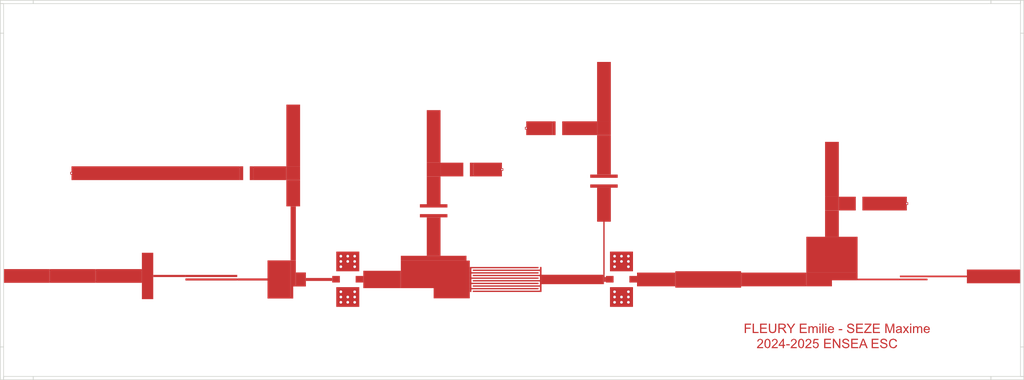
<source format=kicad_pcb>
(kicad_pcb
	(version 20240108)
	(generator "pcbnew")
	(generator_version "8.0")
	(general
		(thickness 1.6)
		(legacy_teardrops no)
	)
	(paper "A4")
	(layers
		(0 "F.Cu" signal)
		(31 "B.Cu" signal)
		(32 "B.Adhes" user "B.Adhesive")
		(33 "F.Adhes" user "F.Adhesive")
		(34 "B.Paste" user)
		(35 "F.Paste" user)
		(36 "B.SilkS" user "B.Silkscreen")
		(37 "F.SilkS" user "F.Silkscreen")
		(38 "B.Mask" user)
		(39 "F.Mask" user)
		(40 "Dwgs.User" user "User.Drawings")
		(41 "Cmts.User" user "User.Comments")
		(42 "Eco1.User" user "User.Eco1")
		(43 "Eco2.User" user "User.Eco2")
		(44 "Edge.Cuts" user)
	)
	(setup
		(pad_to_mask_clearance 0)
		(allow_soldermask_bridges_in_footprints no)
		(pcbplotparams
			(layerselection 0x0001000_7fffffff)
			(plot_on_all_layers_selection 0x0000000_00000000)
			(disableapertmacros no)
			(usegerberextensions no)
			(usegerberattributes yes)
			(usegerberadvancedattributes yes)
			(creategerberjobfile yes)
			(dashed_line_dash_ratio 12.000000)
			(dashed_line_gap_ratio 3.000000)
			(svgprecision 4)
			(plotframeref no)
			(viasonmask no)
			(mode 1)
			(useauxorigin no)
			(hpglpennumber 1)
			(hpglpenspeed 20)
			(hpglpendiameter 15.000000)
			(pdf_front_fp_property_popups yes)
			(pdf_back_fp_property_popups yes)
			(dxfpolygonmode yes)
			(dxfimperialunits yes)
			(dxfusepcbnewfont yes)
			(psnegative no)
			(psa4output no)
			(plotreference yes)
			(plotvalue yes)
			(plotfptext yes)
			(plotinvisibletext no)
			(sketchpadsonfab no)
			(subtractmaskfromsilk no)
			(outputformat 1)
			(mirror no)
			(drillshape 0)
			(scaleselection 1)
			(outputdirectory "")
		)
	)
	(net 0 "")
	(gr_poly
		(pts
			(xy 61.9225 8.3) (xy 61.9225 7.2625) (xy 62.09875 7.2625) (xy 62.09875 8.3)
		)
		(stroke
			(width 0)
			(type solid)
		)
		(fill solid)
		(layer "F.Cu")
		(uuid "018a8624-44c9-4354-a2cc-b8f7be1247fe")
	)
	(gr_poly
		(pts
			(xy 14.3846 -23.89495) (xy 9.58338 -23.89495) (xy 9.58338 -21.80439) (xy 14.3846 -21.80439)
		)
		(stroke
			(width 0)
			(type solid)
		)
		(fill solid)
		(layer "F.Cu")
		(uuid "02fc699f-5c20-4bbe-961f-1c32f68b31eb")
	)
	(gr_poly
		(pts
			(xy 41.41 6.86875) (xy 41.6 6.86875) (xy 41.6 7.695) (xy 41.55063 8.03813) (xy 41.37438 8.245) (xy 41.04 8.325)
			(xy 40.71063 8.25563) (xy 40.52813 8.05438) (xy 40.47375 7.695) (xy 40.47375 6.86875) (xy 40.6625 6.86875)
			(xy 40.6625 7.695) (xy 40.6975 7.96938) (xy 40.81688 8.10563) (xy 41.02375 8.15375) (xy 41.32125 8.05875)
			(xy 41.41 7.695)
		)
		(stroke
			(width 0)
			(type solid)
		)
		(fill solid)
		(layer "F.Cu")
		(uuid "08fa2ad9-fa42-4fd7-af32-cc82fbcdcc81")
	)
	(gr_poly
		(pts
			(xy 53.72875 8.3) (xy 53.72875 6.86875) (xy 54.76375 6.86875) (xy 54.76375 7.0375) (xy 53.9175 7.0375)
			(xy 53.9175 7.47625) (xy 54.71 7.47625) (xy 54.71 7.64375) (xy 53.9175 7.64375) (xy 53.9175 8.13125)
			(xy 54.79625 8.13125) (xy 54.79625 8.3)
		)
		(stroke
			(width 0)
			(type solid)
		)
		(fill solid)
		(layer "F.Cu")
		(uuid "09180f9f-a60b-4974-859d-94196f1ec787")
	)
	(gr_poly
		(pts
			(xy -31.36791 -10.964) (xy -32.16461 -10.964) (xy -32.16461 -2.74872) (xy -31.36791 -2.74872)
		)
		(stroke
			(width 0)
			(type solid)
		)
		(fill solid)
		(layer "F.Cu")
		(uuid "0b02acde-cb4d-4a95-8ee0-2764646686f9")
	)
	(gr_poly
		(pts
			(xy 46.16082 -0.895) (xy 36.26455 -0.895) (xy 36.26455 1.195) (xy 46.16082 1.195)
		)
		(stroke
			(width 0)
			(type solid)
		)
		(fill solid)
		(layer "F.Cu")
		(uuid "0d87abb7-df9f-42c0-9267-098d990f9888")
	)
	(gr_poly
		(pts
			(xy -4.95 -1.75) (xy 5.5 -1.75) (xy 5.5 -1.55) (xy -4.7 -1.55) (xy -4.7 -0.95) (xy 5.5 -0.95) (xy 5.5 -0.75)
			(xy -4.7 -0.75) (xy -4.7 -0.15) (xy 5.5 -0.15) (xy 5.5 0.05) (xy -4.7 0.05) (xy -4.7 0.65) (xy 5.5 0.65)
			(xy 5.5 0.85) (xy -4.7 0.85) (xy -4.7 1.45) (xy 5.5 1.45) (xy 5.5 1.65) (xy -4.7 1.65) (xy -4.7 2.05)
			(xy -4.95 2.05)
		)
		(stroke
			(width 0)
			(type solid)
		)
		(fill solid)
		(layer "F.Cu")
		(uuid "0fb520f7-b474-43bf-bc39-6c35daf2660a")
	)
	(gr_poly
		(pts
			(xy -39.3644 -17.05428) (xy -39.8644 -17.05428) (xy -39.8644 -14.96428) (xy -39.3644 -14.96428)
		)
		(stroke
			(width 0)
			(type solid)
		)
		(fill solid)
		(layer "F.Cu")
		(uuid "164275f5-c7b8-4023-a117-ed4069d1c369")
	)
	(gr_poly
		(pts
			(xy -21.73202 1.31995) (xy -25.23202 1.31995) (xy -25.23202 4.31995) (xy -21.73202 4.31995)
		)
		(stroke
			(width 0)
			(type solid)
		)
		(fill solid)
		(layer "F.Cu")
		(uuid "183e7f3f-dbbc-4121-a7c5-aa0c9ed32a5c")
	)
	(gr_poly
		(pts
			(xy 36.26455 -1.09998) (xy 26.26456 -1.09998) (xy 26.26456 1.39999) (xy 36.26455 1.39999)
		)
		(stroke
			(width 0)
			(type solid)
		)
		(fill solid)
		(layer "F.Cu")
		(uuid "1913f604-db05-44b5-a335-a63f630795b0")
	)
	(gr_poly
		(pts
			(xy 70.54882 -0.445) (xy 64.56901 -0.445) (xy 64.56901 -0.18271) (xy 70.54882 -0.18271)
		)
		(stroke
			(width 0)
			(type solid)
		)
		(fill solid)
		(layer "F.Cu")
		(uuid "19c00b12-a6e8-4665-9347-ca98e3156ca3")
	)
	(gr_poly
		(pts
			(xy -9.39077 -25.60243) (xy -11.48133 -25.60243) (xy -11.48133 -17.61191) (xy -9.39077 -17.61191)
		)
		(stroke
			(width 0)
			(type solid)
		)
		(fill solid)
		(layer "F.Cu")
		(uuid "1dc8c2b8-46eb-4ca4-820d-12304903f59d")
	)
	(gr_poly
		(pts
			(xy 17.2401 -1.99005) (xy 16.8401 -1.99005) (xy 16.8401 -1.59005) (xy 17.2401 -1.59005)
		)
		(stroke
			(width 0)
			(type solid)
		)
		(fill solid)
		(layer "F.Cu")
		(uuid "1ff18ec9-b92e-4d13-b560-74731b30cd53")
	)
	(gr_poly
		(pts
			(xy 18.2901 -3.59005) (xy 17.8901 -3.59005) (xy 17.8901 -3.19005) (xy 18.2901 -3.19005)
		)
		(stroke
			(width 0)
			(type solid)
		)
		(fill solid)
		(layer "F.Cu")
		(uuid "2341dd1b-51d2-4e1d-a9e5-1b943d48a13c")
	)
	(gr_poly
		(pts
			(xy 39.14125 8.3) (xy 39.14125 6.86875) (xy 40.17625 6.86875) (xy 40.17625 7.0375) (xy 39.33 7.0375)
			(xy 39.33 7.47625) (xy 40.1225 7.47625) (xy 40.1225 7.64375) (xy 39.33 7.64375) (xy 39.33 8.13125)
			(xy 40.20875 8.13125) (xy 40.20875 8.3)
		)
		(stroke
			(width 0)
			(type solid)
		)
		(fill solid)
		(layer "F.Cu")
		(uuid "26f65394-030e-499a-b936-bb964d2c2f0d")
	)
	(gr_poly
		(pts
			(xy 54.1525 10.6) (xy 54.35375 10.6) (xy 54.51 10.16625) (xy 55.10875 10.16625) (xy 55.27625 10.6)
			(xy 55.4925 10.6) (xy 54.90625 9.16875) (xy 54.8 9.16875) (xy 54.8 9.31875) (xy 54.90125 9.615) (xy 55.05 10.0125)
			(xy 54.565 10.0125) (xy 54.7225 9.5925) (xy 54.8 9.31875) (xy 54.8 9.16875) (xy 54.7025 9.16875)
		)
		(stroke
			(width 0)
			(type solid)
		)
		(fill solid)
		(layer "F.Cu")
		(uuid "2745ee26-270d-4ed8-893e-ebc9ff7401e4")
	)
	(gr_poly
		(pts
			(xy 48.15125 8.3) (xy 48.15125 7.2625) (xy 48.3275 7.2625) (xy 48.3275 8.3)
		)
		(stroke
			(width 0)
			(type solid)
		)
		(fill solid)
		(layer "F.Cu")
		(uuid "27a4f303-cfab-4f85-9488-fe6fcc577ba2")
	)
	(gr_poly
		(pts
			(xy 19.3401 2.61995) (xy 18.9401 2.61995) (xy 18.9401 3.01995) (xy 19.3401 3.01995)
		)
		(stroke
			(width 0)
			(type solid)
		)
		(fill solid)
		(layer "F.Cu")
		(uuid "27a6622c-d033-4a33-855d-c106cc751406")
	)
	(gr_poly
		(pts
			(xy -32.16462 -2.74871) (xy -35.67171 -2.74871) (xy -35.67171 3.04872) (xy -32.16462 3.04872)
		)
		(stroke
			(width 0)
			(type solid)
		)
		(fill solid)
		(layer "F.Cu")
		(uuid "27d292ce-33da-482d-9cd6-5137bcb5eb69")
	)
	(gr_poly
		(pts
			(xy 51.10077 -10.34439) (xy 49.01077 -10.34439) (xy 49.01077 -6.34439) (xy 51.10077 -6.34439)
		)
		(stroke
			(width 0)
			(type solid)
		)
		(fill solid)
		(layer "F.Cu")
		(uuid "2a242c3c-b789-4de2-902f-d64d898c1dc7")
	)
	(gr_poly
		(pts
			(xy -5.45009 3.02174) (xy -5.45009 -2.72174) (xy -15.422 -2.72174) (xy -15.422 1.47086) (xy -10.43605 1.47086)
			(xy -10.43605 3.02174)
		)
		(stroke
			(width 0)
			(type solid)
		)
		(fill solid)
		(layer "F.Cu")
		(uuid "2b26da55-3c5f-47c1-9e80-b0fdbc0f1f27")
	)
	(gr_poly
		(pts
			(xy 16.47516 -32.93125) (xy 14.3846 -32.93125) (xy 14.3846 -23.89495) (xy 16.47516 -23.89495)
		)
		(stroke
			(width 0)
			(type solid)
		)
		(fill solid)
		(layer "F.Cu")
		(uuid "2b76f189-ff4a-4b56-8b94-171f8e07ad7e")
	)
	(gr_poly
		(pts
			(xy 47.12625 10.225) (xy 47.31125 10.20875) (xy 47.40625 10.41188) (xy 47.58625 10.48) (xy 47.80188 10.38438)
			(xy 47.89 10.13) (xy 47.805 9.89313) (xy 47.58375 9.80625) (xy 47.43063 9.845) (xy 47.3225 9.945)
			(xy 47.1575 9.92375) (xy 47.29625 9.1875) (xy 48.00875 9.1875) (xy 48.00875 9.35625) (xy 47.4375 9.35625)
			(xy 47.36 9.74) (xy 47.63125 9.65125) (xy 47.9475 9.78063) (xy 48.07625 10.115) (xy 47.9625 10.45)
			(xy 47.79969 10.58125) (xy 47.58625 10.625) (xy 47.2675 10.51563)
		)
		(stroke
			(width 0)
			(type solid)
		)
		(fill solid)
		(layer "F.Cu")
		(uuid "2c6c9a79-2b4b-4d62-a776-1fff104287de")
	)
	(gr_poly
		(pts
			(xy -8.34605 -9.79043) (xy -12.52605 -9.79043) (xy -12.52605 -9.29043) (xy -8.34605 -9.29043)
		)
		(stroke
			(width 0)
			(type solid)
		)
		(fill solid)
		(layer "F.Cu")
		(uuid "2cdd91f7-63b2-47a5-834f-d78baa72cf2d")
	)
	(gr_poly
		(pts
			(xy 17.2401 -2.79005) (xy 16.8401 -2.79005) (xy 16.8401 -2.39005) (xy 17.2401 -2.39005)
		)
		(stroke
			(width 0)
			(type solid)
		)
		(fill solid)
		(layer "F.Cu")
		(uuid "2d456b64-b5af-46fc-b1f6-c12b0d130a9f")
	)
	(gr_poly
		(pts
			(xy -35.6717 -0.01275) (xy -40.26572 -0.01275) (xy -40.26572 0.31275) (xy -35.6717 0.31275)
		)
		(stroke
			(width 0)
			(type solid)
		)
		(fill solid)
		(layer "F.Cu")
		(uuid "2e845abe-e646-4d70-970c-231579e3c936")
	)
	(gr_poly
		(pts
			(xy 48.86875 10.6) (xy 48.86875 9.16875) (xy 49.90375 9.16875) (xy 49.90375 9.3375) (xy 49.0575 9.3375)
			(xy 49.0575 9.77625) (xy 49.85 9.77625) (xy 49.85 9.94375) (xy 49.0575 9.94375) (xy 49.0575 10.43125)
			(xy 49.93625 10.43125) (xy 49.93625 10.6)
		)
		(stroke
			(width 0)
			(type solid)
		)
		(fill solid)
		(layer "F.Cu")
		(uuid "31f364a2-500f-4591-93c6-af877815e8d8")
	)
	(gr_poly
		(pts
			(xy -23.28202 3.41995) (xy -23.68202 3.41995) (xy -23.68202 3.81995) (xy -23.28202 3.81995)
		)
		(stroke
			(width 0)
			(type solid)
		)
		(fill solid)
		(layer "F.Cu")
		(uuid "32879d51-4e52-4ca1-b3d8-c6747d62e660")
	)
	(gr_poly
		(pts
			(xy -23.28202 -3.59005) (xy -23.68202 -3.59005) (xy -23.68202 -3.19005) (xy -23.28202 -3.19005)
		)
		(stroke
			(width 0)
			(type solid)
		)
		(fill solid)
		(layer "F.Cu")
		(uuid "340a9b87-3e5c-4abe-ae18-0483a392bdd3")
	)
	(gr_poly
		(pts
			(xy -4.95001 -2.72174) (xy -5.4501 -2.72174) (xy -5.4501 3.02174) (xy -4.95001 3.02174)
		)
		(stroke
			(width 0)
			(type solid)
		)
		(fill solid)
		(layer "F.Cu")
		(uuid "3483d427-02b7-46f1-ac74-2ea2e396ea2c")
	)
	(gr_poly
		(pts
			(xy 53.95072 0.28115) (xy 53.95072 -0.895) (xy 46.16082 -0.895) (xy 46.16082 1.195) (xy 50.05577 1.195)
			(xy 50.05577 0.28115)
		)
		(stroke
			(width 0)
			(type solid)
		)
		(fill solid)
		(layer "F.Cu")
		(uuid "3768b045-34de-4ded-9218-cb308a3acd81")
	)
	(gr_poly
		(pts
			(xy 51.08 7.87) (xy 51.08 7.69375) (xy 51.62 7.69375) (xy 51.62 7.87)
		)
		(stroke
			(width 0)
			(type solid)
		)
		(fill solid)
		(layer "F.Cu")
		(uuid "378a5f8c-5f90-4add-ad37-82fff4753f16")
	)
	(gr_poly
		(pts
			(xy -15.422 -1.17086) (xy -21.12202 -1.17086) (xy -21.12202 1.47086) (xy -15.422 1.47086)
		)
		(stroke
			(width 0)
			(type solid)
		)
		(fill solid)
		(layer "F.Cu")
		(uuid "3933c58b-51ae-4ed5-910f-f6a3e2aff436")
	)
	(gr_poly
		(pts
			(xy -5.93182 -17.61163) (xy -6.43182 -17.61163) (xy -6.43182 -15.52163) (xy -5.93182 -15.52163)
		)
		(stroke
			(width 0)
			(type solid)
		)
		(fill solid)
		(layer "F.Cu")
		(uuid "3adcffac-65e1-437e-8683-e3ac636009fb")
	)
	(gr_poly
		(pts
			(xy 15.32988 -0.56785) (xy 5.95 -0.56785) (xy 5.95 0.86785) (xy 15.32988 0.86785)
		)
		(stroke
			(width 0)
			(type solid)
		)
		(fill solid)
		(layer "F.Cu")
		(uuid "3ba3ecff-cbd3-4eca-88e8-f632da311926")
	)
	(gr_poly
		(pts
			(xy 19.2901 -0.38505) (xy 20.4501 -0.38505) (xy 20.4501 0.61495) (xy 19.2901 0.61495)
		)
		(stroke
			(width 0)
			(type solid)
		)
		(fill solid)
		(layer "F.Cu")
		(uuid "3dc85cf8-b59d-47a9-a43a-de875ec0add8")
	)
	(gr_poly
		(pts
			(xy 60.805 8.3) (xy 61.18375 7.76125) (xy 60.8325 7.2625) (xy 61.0525 7.2625) (xy 61.2125 7.50625)
			(xy 61.28375 7.6225) (xy 61.36375 7.5075) (xy 61.5375 7.2625) (xy 61.7475 7.2625) (xy 61.39 7.75125)
			(xy 61.775 8.3) (xy 61.56 8.3) (xy 61.34625 7.9775) (xy 61.29 7.89125) (xy 61.0175 8.3)
		)
		(stroke
			(width 0)
			(type solid)
		)
		(fill solid)
		(layer "F.Cu")
		(uuid "3fb13c3c-c6a2-43da-bd94-c49cf91e2c30")
	)
	(gr_poly
		(pts
			(xy 39.60625 10.43125) (xy 39.60625 10.6) (xy 38.66 10.6) (xy 38.68125 10.4775) (xy 38.79688 10.2875)
			(xy 39.02625 10.07125) (xy 39.22203 9.89906) (xy 39.34188 9.7675) (xy 39.42375 9.55625) (xy 39.34938 9.37938)
			(xy 39.155 9.3075) (xy 38.95125 9.38375) (xy 38.875 9.595) (xy 38.69375 9.57625) (xy 38.83375 9.26875)
			(xy 39.15875 9.1625) (xy 39.485 9.27688) (xy 39.605 9.56) (xy 39.57 9.72938) (xy 39.45313 9.90375)
			(xy 39.1825 10.15625) (xy 39.05219 10.2675) (xy 38.97875 10.33625) (xy 38.905 10.43125)
		)
		(stroke
			(width 0)
			(type solid)
		)
		(fill solid)
		(layer "F.Cu")
		(uuid "401ee222-8489-46cd-8e0b-feb36e4410b5")
	)
	(gr_poly
		(pts
			(xy -54.7498 -1.42702) (xy -61.7498 -1.42702) (xy -61.7498 0.66298) (xy -54.7498 0.66298)
		)
		(stroke
			(width 0)
			(type solid)
		)
		(fill solid)
		(layer "F.Cu")
		(uuid "4111426d-1f27-480b-9445-3743cd94f489")
	)
	(gr_poly
		(pts
			(xy -22.28202 -0.38505) (xy -21.12202 -0.38505) (xy -21.12202 0.61495) (xy -22.28202 0.61495)
		)
		(stroke
			(width 0)
			(type solid)
		)
		(fill solid)
		(layer "F.Cu")
		(uuid "438643c2-7790-4c31-b394-c3f765e636fd")
	)
	(gr_poly
		(pts
			(xy -22.23202 -1.99005) (xy -22.63202 -1.99005) (xy -22.63202 -1.59005) (xy -22.23202 -1.59005)
		)
		(stroke
			(width 0)
			(type solid)
		)
		(fill solid)
		(layer "F.Cu")
		(uuid "4c1c5d8e-eef3-4497-8d9e-83b58206d9dc")
	)
	(gr_poly
		(pts
			(xy 41.95875 10.2575) (xy 42.58 10.2575) (xy 42.58 10.6) (xy 42.75625 10.6) (xy 42.75625 10.2575)
			(xy 42.95 10.2575) (xy 42.95 10.09625) (xy 42.75625 10.09625) (xy 42.75625 9.16875) (xy 42.6125 9.16875)
			(xy 42.58 9.21486) (xy 42.58 9.45) (xy 42.58 10.09625) (xy 42.1325 10.09625) (xy 42.58 9.45) (xy 42.58 9.21486)
			(xy 41.95875 10.09625)
		)
		(stroke
			(width 0)
			(type solid)
		)
		(fill solid)
		(layer "F.Cu")
		(uuid "4ca9fd59-49c9-4302-bd74-75ea13162225")
	)
	(gr_poly
		(pts
			(xy 53.95072 -6.34439) (xy 46.16082 -6.34439) (xy 46.16082 -0.895) (xy 53.95072 -0.895)
		)
		(stroke
			(width 0)
			(type solid)
		)
		(fill solid)
		(layer "F.Cu")
		(uuid "4eb8ba1b-2c8c-4b74-937e-f8414ed60d7f")
	)
	(gr_poly
		(pts
			(xy 49.03875 8.3) (xy 49.03875 7.2625) (xy 49.215 7.2625) (xy 49.215 8.3)
		)
		(stroke
			(width 0)
			(type solid)
		)
		(fill solid)
		(layer "F.Cu")
		(uuid "53cdf12a-3d51-4b2b-b2ea-53f647e3ac9e")
	)
	(gr_poly
		(pts
			(xy 42.65875 7.64875) (xy 42.96313 7.51563) (xy 43.06125 7.25875) (xy 43.00188 7.04313) (xy 42.84313 6.90688)
			(xy 42.5525 6.86875) (xy 42.10625 6.86875) (xy 42.10625 7.02625) (xy 42.56 7.02625) (xy 42.7925 7.09188)
			(xy 42.86625 7.25875) (xy 42.82813 7.3875) (xy 42.71688 7.47313) (xy 42.51375 7.5) (xy 42.10625 7.5)
			(xy 42.10625 7.02625) (xy 42.10625 6.86875) (xy 41.9175 6.86875) (xy 41.9175 8.3) (xy 42.10625 8.3)
			(xy 42.10625 7.66375) (xy 42.32625 7.66375) (xy 42.4325 7.67125) (xy 42.51875 7.70875) (xy 42.615 7.805)
			(xy 42.75125 8.0025) (xy 42.94125 8.3) (xy 43.17875 8.3) (xy 42.93 7.91) (xy 42.7725 7.72)
		)
		(stroke
			(width 0)
			(type solid)
		)
		(fill solid)
		(layer "F.Cu")
		(uuid "5434ba41-486b-44e3-b522-a40ec44b44c2")
	)
	(gr_poly
		(pts
			(xy 56.28375 8.3) (xy 56.28375 6.86875) (xy 57.31875 6.86875) (xy 57.31875 7.0375) (xy 56.4725 7.0375)
			(xy 56.4725 7.47625) (xy 57.265 7.47625) (xy 57.265 7.64375) (xy 56.4725 7.64375) (xy 56.4725 8.13125)
			(xy 57.35125 8.13125) (xy 57.35125 8.3)
		)
		(stroke
			(width 0)
			(type solid)
		)
		(fill solid)
		(layer "F.Cu")
		(uuid "563ed91e-06ea-4beb-8875-57bdf9df002a")
	)
	(gr_poly
		(pts
			(xy -11.48133 -17.61191) (xy -9.39077 -17.61191) (xy -9.39077 -15.52135) (xy -11.48133 -15.52135)
		)
		(stroke
			(width 0)
			(type solid)
		)
		(fill solid)
		(layer "F.Cu")
		(uuid "596c7e74-2090-4d2c-baea-8861a8120f1b")
	)
	(gr_poly
		(pts
			(xy -61.7498 -1.42702) (xy -68.7498 -1.42702) (xy -68.7498 0.66298) (xy -61.7498 0.66298)
		)
		(stroke
			(width 0)
			(type solid)
		)
		(fill solid)
		(layer "F.Cu")
		(uuid "59a8a54f-a0e7-4ec0-ac62-3f9aa40b6ba7")
	)
	(gr_poly
		(pts
			(xy 39.79375 9.89375) (xy 39.82938 10.24125) (xy 39.93625 10.47625) (xy 40.26125 10.625) (xy 40.52125 10.54)
			(xy 40.67563 10.30063) (xy 40.7275 9.89375) (xy 40.69563 9.55563) (xy 40.60688 9.3425) (xy 40.46313 9.20875)
			(xy 40.26125 9.1625) (xy 40.25875 9.16331) (xy 40.25875 9.3075) (xy 40.465 9.42375) (xy 40.52688 9.59938)
			(xy 40.5475 9.89375) (xy 40.465 10.3625) (xy 40.26125 10.48) (xy 40.0575 10.36313) (xy 39.99563 10.18734)
			(xy 39.975 9.89375) (xy 40.06625 9.41) (xy 40.25875 9.3075) (xy 40.25875 9.16331) (xy 40.00188 9.24625)
			(xy 39.84625 9.485)
		)
		(stroke
			(width 0)
			(type solid)
		)
		(fill solid)
		(layer "F.Cu")
		(uuid "59b287a4-ae69-4067-b338-6f4b3f1518ad")
	)
	(gr_poly
		(pts
			(xy 61.62925 -11.58967) (xy 61.42925 -11.58967) (xy 61.42925 -11.18967) (xy 61.62925 -11.18967)
		)
		(stroke
			(width 0)
			(type solid)
		)
		(fill solid)
		(layer "F.Cu")
		(uuid "59e56b50-8b6a-44d8-9632-663738590b50")
	)
	(gr_poly
		(pts
			(xy -24.33202 2.61995) (xy -24.73202 2.61995) (xy -24.73202 3.01995) (xy -24.33202 3.01995)
		)
		(stroke
			(width 0)
			(type solid)
		)
		(fill solid)
		(layer "F.Cu")
		(uuid "5a2ee7d1-394d-46a2-a7e9-5dbf3bca170d")
	)
	(gr_poly
		(pts
			(xy 36.81375 8.3) (xy 36.81375 6.86875) (xy 37.78 6.86875) (xy 37.78 7.0375) (xy 37.00375 7.0375)
			(xy 37.00375 7.48125) (xy 37.675 7.48125) (xy 37.675 7.65) (xy 37.00375 7.65) (xy 37.00375 8.3)
		)
		(stroke
			(width 0)
			(type solid)
		)
		(fill solid)
		(layer "F.Cu")
		(uuid "5abd91b7-0e94-43d1-9311-bf20e959d5ed")
	)
	(gr_poly
		(pts
			(xy 17.2401 3.41995) (xy 16.8401 3.41995) (xy 16.8401 3.81995) (xy 17.2401 3.81995)
		)
		(stroke
			(width 0)
			(type solid)
		)
		(fill solid)
		(layer "F.Cu")
		(uuid "5b2ba334-591e-4621-aad3-58b467917941")
	)
	(gr_poly
		(pts
			(xy 15.7301 -0.22072) (xy 15.52988 -0.22072) (xy 15.52988 0.52072) (xy 15.7301 0.52072)
		)
		(stroke
			(width 0)
			(type solid)
		)
		(fill solid)
		(layer "F.Cu")
		(uuid "5b66c51e-3c2e-4372-b904-5054296cc5b8")
	)
	(gr_poly
		(pts
			(xy 43.10875 10.17) (xy 43.10875 9.99375) (xy 43.64875 9.99375) (xy 43.64875 10.17)
		)
		(stroke
			(width 0)
			(type solid)
		)
		(fill solid)
		(layer "F.Cu")
		(uuid "5ca73973-3234-413e-b85c-e3159e388af6")
	)
	(gr_poly
		(pts
			(xy -22.23202 -3.59005) (xy -22.63202 -3.59005) (xy -22.63202 -3.19005) (xy -22.23202 -3.19005)
		)
		(stroke
			(width 0)
			(type solid)
		)
		(fill solid)
		(layer "F.Cu")
		(uuid "6254bcad-0f19-495b-848e-551475e0e20d")
	)
	(gr_poly
		(pts
			(xy 61.9225 7.07) (xy 61.9225 6.86875) (xy 62.09875 6.86875) (xy 62.09875 7.07)
		)
		(stroke
			(width 0)
			(type solid)
		)
		(fill solid)
		(layer "F.Cu")
		(uuid "62f08edd-47e3-490d-a13b-5f0bc6dd0a40")
	)
	(gr_poly
		(pts
			(xy 9.58338 -23.89467) (xy 9.08338 -23.89467) (xy 9.08338 -21.80467) (xy 9.58338 -21.80467)
		)
		(stroke
			(width 0)
			(type solid)
		)
		(fill solid)
		(layer "F.Cu")
		(uuid "64a709ec-564f-4a08-aa01-ee02003db37d")
	)
	(gr_poly
		(pts
			(xy 5.95 2.05) (xy -4.5 2.05) (xy -4.5 1.85) (xy 5.7 1.85) (xy 5.7 1.25) (xy -4.5 1.25) (xy -4.5 1.05)
			(xy 5.7 1.05) (xy 5.7 0.45) (xy -4.5 0.45) (xy -4.5 0.25) (xy 5.7 0.25) (xy 5.7 -0.35) (xy -4.5 -0.35)
			(xy -4.5 -0.55) (xy 5.7 -0.55) (xy 5.7 -1.15) (xy -4.5 -1.15) (xy -4.5 -1.35) (xy 5.7 -1.35) (xy 5.7 -1.75)
			(xy 5.95 -1.75)
		)
		(stroke
			(width 0)
			(type solid)
		)
		(fill solid)
		(layer "F.Cu")
		(uuid "64a9ee24-8dc3-40cf-94bc-b7985d10ba42")
	)
	(gr_poly
		(pts
			(xy 19.3401 3.41995) (xy 18.9401 3.41995) (xy 18.9401 3.81995) (xy 19.3401 3.81995)
		)
		(stroke
			(width 0)
			(type solid)
		)
		(fill solid)
		(layer "F.Cu")
		(uuid "64dc8bc0-74be-4108-9645-7e6b7696e380")
	)
	(gr_poly
		(pts
			(xy 41.82875 10.43125) (xy 41.82875 10.6) (xy 40.8825 10.6) (xy 40.90375 10.4775) (xy 41.01938 10.2875)
			(xy 41.24875 10.07125) (xy 41.44453 9.89906) (xy 41.56438 9.7675) (xy 41.64625 9.55625) (xy 41.57188 9.37938)
			(xy 41.3775 9.3075) (xy 41.17375 9.38375) (xy 41.0975 9.595) (xy 40.91625 9.57625) (xy 41.05625 9.26875)
			(xy 41.38125 9.1625) (xy 41.7075 9.27688) (xy 41.8275 9.56) (xy 41.7925 9.72938) (xy 41.67563 9.90375)
			(xy 41.405 10.15625) (xy 41.27469 10.2675) (xy 41.20125 10.33625) (xy 41.1275 10.43125)
		)
		(stroke
			(width 0)
			(type solid)
		)
		(fill solid)
		(layer "F.Cu")
		(uuid "694cfa32-c17e-495d-a124-46823b2baa70")
	)
	(gr_poly
		(pts
			(xy 15.7301 -0.38505) (xy 16.8901 -0.38505) (xy 16.8901 0.61495) (xy 15.7301 0.61495)
		)
		(stroke
			(width 0)
			(type solid)
		)
		(fill solid)
		(layer "F.Cu")
		(uuid "6b05b3c0-cc50-4125-8b13-03208e0fe6ca")
	)
	(gr_poly
		(pts
			(xy 59.78125 7.55875) (xy 59.95375 7.5825) (xy 60.04063 7.42813) (xy 60.22375 7.385) (xy 60.42375 7.445)
			(xy 60.47375 7.59625) (xy 60.4725 7.64125) (xy 60.4725 7.78) (xy 60.4725 7.84375) (xy 60.445 8.02)
			(xy 60.32813 8.14125) (xy 60.1475 8.18625) (xy 59.99188 8.13938) (xy 59.93875 8.02125) (xy 59.96313 7.93813)
			(xy 60.0325 7.88063) (xy 60.185 7.84625) (xy 60.4725 7.78) (xy 60.4725 7.64125) (xy 60.15875 7.7025)
			(xy 60.0025 7.72875) (xy 59.87625 7.78688) (xy 59.78563 7.8875) (xy 59.75125 8.02625) (xy 59.84313 8.24)
			(xy 60.105 8.32375) (xy 60.29938 8.28938) (xy 60.4875 8.1725) (xy 60.5225 8.3) (xy 60.70625 8.3)
			(xy 60.66125 8.175) (xy 60.65 7.865) (xy 60.65 7.63125) (xy 60.64125 7.46875) (xy 60.58688 7.34938)
			(xy 60.465 7.27125) (xy 60.24875 7.24) (xy 60.01375 7.27625) (xy 59.85875 7.38063)
		)
		(stroke
			(width 0)
			(type solid)
		)
		(fill solid)
		(layer "F.Cu")
		(uuid "6b21ef26-70a7-43f4-a7ee-a924ea26443f")
	)
	(gr_poly
		(pts
			(xy -8.34605 -11.29043) (xy -12.52605 -11.29043) (xy -12.52605 -10.79043) (xy -8.34605 -10.79043)
		)
		(stroke
			(width 0)
			(type solid)
		)
		(fill solid)
		(layer "F.Cu")
		(uuid "6b59df16-9f48-4b97-af90-32c895a56cdb")
	)
	(gr_poly
		(pts
			(xy 16.47488 -13.80436) (xy 14.38488 -13.80436) (xy 14.38488 -8.63676) (xy 16.47488 -8.63676)
		)
		(stroke
			(width 0)
			(type solid)
		)
		(fill solid)
		(layer "F.Cu")
		(uuid "6c7d0863-f766-4fda-a6dd-84470cb63a53")
	)
	(gr_poly
		(pts
			(xy 18.2901 2.61995) (xy 17.8901 2.61995) (xy 17.8901 3.01995) (xy 18.2901 3.01995)
		)
		(stroke
			(width 0)
			(type solid)
		)
		(fill solid)
		(layer "F.Cu")
		(uuid "6e26eaab-7f20-4a4a-b3c3-e4a2a2d20e6c")
	)
	(gr_poly
		(pts
			(xy 61.42925 -12.43495) (xy 54.67564 -12.43495) (xy 54.67564 -10.34439) (xy 61.42925 -10.34439)
		)
		(stroke
			(width 0)
			(type solid)
		)
		(fill solid)
		(layer "F.Cu")
		(uuid "6e40049e-7ed4-4c65-84f8-e082b999bfd2")
	)
	(gr_poly
		(pts
			(xy -25.84202 -0.07467) (xy -29.84202 -0.07467) (xy -29.84202 0.37467) (xy -25.84202 0.37467)
		)
		(stroke
			(width 0)
			(type solid)
		)
		(fill solid)
		(layer "F.Cu")
		(uuid "6e55a2c5-025b-491d-95ab-1754276586fa")
	)
	(gr_poly
		(pts
			(xy 19.3401 -2.79005) (xy 18.9401 -2.79005) (xy 18.9401 -2.39005) (xy 19.3401 -2.39005)
		)
		(stroke
			(width 0)
			(type solid)
		)
		(fill solid)
		(layer "F.Cu")
		(uuid "70be09c6-3fde-42bf-96c0-7b7cd46519cb")
	)
	(gr_poly
		(pts
			(xy 46.485 8.3) (xy 46.485 7.2625) (xy 46.6425 7.2625) (xy 46.6425 7.40875) (xy 46.7725 7.28625)
			(xy 46.9575 7.24) (xy 47.14625 7.2875) (xy 47.25 7.42125) (xy 47.39188 7.28531) (xy 47.57 7.24) (xy 47.80813 7.325)
			(xy 47.89125 7.5875) (xy 47.89125 8.3) (xy 47.71625 8.3) (xy 47.71625 7.64625) (xy 47.69938 7.495)
			(xy 47.6375 7.42) (xy 47.53125 7.39125) (xy 47.35 7.46438) (xy 47.2775 7.6975) (xy 47.2775 8.3) (xy 47.10125 8.3)
			(xy 47.10125 7.62625) (xy 47.05875 7.45) (xy 46.91875 7.39125) (xy 46.78063 7.43063) (xy 46.68938 7.545)
			(xy 46.66125 7.7625) (xy 46.66125 8.3)
		)
		(stroke
			(width 0)
			(type solid)
		)
		(fill solid)
		(layer "F.Cu")
		(uuid "7230ed7b-dc42-444e-a614-512784257c4d")
	)
	(gr_poly
		(pts
			(xy 43.725 8.3) (xy 43.725 7.69375) (xy 43.17375 6.86875) (xy 43.40375 6.86875) (xy 43.68625 7.3)
			(xy 43.83125 7.5425) (xy 43.9875 7.28875) (xy 44.265 6.86875) (xy 44.48625 6.86875) (xy 43.915 7.69375)
			(xy 43.915 8.3)
		)
		(stroke
			(width 0)
			(type solid)
		)
		(fill solid)
		(layer "F.Cu")
		(uuid "7272e9f6-d26e-4859-a4cc-7b27a678bdf6")
	)
	(gr_poly
		(pts
			(xy -24.33202 1.81995) (xy -24.73202 1.81995) (xy -24.73202 2.21995) (xy -24.33202 2.21995)
		)
		(stroke
			(width 0)
			(type solid)
		)
		(fill solid)
		(layer "F.Cu")
		(uuid "761e1309-3e42-479e-8246-c51541a63859")
	)
	(gr_poly
		(pts
			(xy 19.3401 -3.59005) (xy 18.9401 -3.59005) (xy 18.9401 -3.19005) (xy 19.3401 -3.19005)
		)
		(stroke
			(width 0)
			(type solid)
		)
		(fill solid)
		(layer "F.Cu")
		(uuid "777b1c4c-d5ab-4453-a9b3-b1faf042a2cd")
	)
	(gr_poly
		(pts
			(xy -29.84203 -0.91595) (xy -31.36792 -0.91595) (xy -31.36792 1.21596) (xy -29.84203 1.21596)
		)
		(stroke
			(width 0)
			(type solid)
		)
		(fill solid)
		(layer "F.Cu")
		(uuid "77d96699-3c3c-4a11-82ff-2fec0560de88")
	)
	(gr_poly
		(pts
			(xy -23.28202 2.61995) (xy -23.68202 2.61995) (xy -23.68202 3.01995) (xy -23.28202 3.01995)
		)
		(stroke
			(width 0)
			(type solid)
		)
		(fill solid)
		(layer "F.Cu")
		(uuid "7b2120a1-6247-440b-9ed6-e0f076ac97b2")
	)
	(gr_poly
		(pts
			(xy -22.23202 3.41995) (xy -22.63202 3.41995) (xy -22.63202 3.81995) (xy -22.23202 3.81995)
		)
		(stroke
			(width 0)
			(type solid)
		)
		(fill solid)
		(layer "F.Cu")
		(uuid "7c119f79-4f0c-47c8-b69c-f342630290ee")
	)
	(gr_poly
		(pts
			(xy -24.33202 -1.99005) (xy -24.73202 -1.99005) (xy -24.73202 -1.59005) (xy -24.33202 -1.59005)
		)
		(stroke
			(width 0)
			(type solid)
		)
		(fill solid)
		(layer "F.Cu")
		(uuid "7c98f122-bd2d-4a03-a228-e183e83725d4")
	)
	(gr_poly
		(pts
			(xy 18.2901 3.41995) (xy 17.8901 3.41995) (xy 17.8901 3.81995) (xy 18.2901 3.81995)
		)
		(stroke
			(width 0)
			(type solid)
		)
		(fill solid)
		(layer "F.Cu")
		(uuid "7d39ce87-2631-4a99-bcc6-0f19146fc014")
	)
	(gr_poly
		(pts
			(xy 18.2901 -2.79005) (xy 17.8901 -2.79005) (xy 17.8901 -2.39005) (xy 18.2901 -2.39005)
		)
		(stroke
			(width 0)
			(type solid)
		)
		(fill solid)
		(layer "F.Cu")
		(uuid "850efbf7-b722-4b2c-b4e1-02e680412f2d")
	)
	(gr_poly
		(pts
			(xy 51.5775 10.14) (xy 51.75625 10.125) (xy 51.815 10.30063) (xy 51.95875 10.4125) (xy 52.17875 10.455)
			(xy 52.37063 10.4225) (xy 52.49438 10.33375) (xy 52.535 10.21125) (xy 52.49563 10.09375) (xy 52.36625 10.00875)
			(xy 52.11125 9.93938) (xy 51.835 9.85) (xy 51.6825 9.71688) (xy 51.6325 9.53875) (xy 51.69375 9.33563)
			(xy 51.87313 9.1925) (xy 52.13625 9.14375) (xy 52.41688 9.195) (xy 52.60375 9.34625) (xy 52.67375 9.57125)
			(xy 52.4925 9.585) (xy 52.39313 9.38063) (xy 52.14375 9.31125) (xy 51.89375 9.37438) (xy 51.815 9.52625)
			(xy 51.87 9.6525) (xy 52.15625 9.755) (xy 52.35094 9.80406) (xy 52.4725 9.84625) (xy 52.6575 9.99188)
			(xy 52.7175 10.19625) (xy 52.65188 10.41125) (xy 52.46375 10.56875) (xy 52.1875 10.625) (xy 51.8625 10.56813)
			(xy 51.65625 10.3975)
		)
		(stroke
			(width 0)
			(type solid)
		)
		(fill solid)
		(layer "F.Cu")
		(uuid "867e1736-aa66-460b-a64e-e9d0f7b2156f")
	)
	(gr_poly
		(pts
			(xy -22.23202 1.81995) (xy -22.63202 1.81995) (xy -22.63202 2.21995) (xy -22.23202 2.21995)
		)
		(stroke
			(width 0)
			(type solid)
		)
		(fill solid)
		(layer "F.Cu")
		(uuid "8a6c8870-00b4-4e83-b620-b481cf139286")
	)
	(gr_poly
		(pts
			(xy -68.7498 -1.42702) (xy -75.7498 -1.42702) (xy -75.7498 0.66298) (xy -68.7498 0.66298)
		)
		(stroke
			(width 0)
			(type solid)
		)
		(fill solid)
		(layer "F.Cu")
		(uuid "8b61ebd3-80bb-445a-9dd4-c089fb72cfba")
	)
	(gr_poly
		(pts
			(xy -24.33202 -3.59005) (xy -24.73202 -3.59005) (xy -24.73202 -3.19005) (xy -24.33202 -3.19005)
		)
		(stroke
			(width 0)
			(type solid)
		)
		(fill solid)
		(layer "F.Cu")
		(uuid "8c10ab38-8e42-4985-9591-86fb738bf1c8")
	)
	(gr_poly
		(pts
			(xy -31.36791 1.21596) (xy -31.36791 -2.74872) (xy -32.16461 -2.74872) (xy -32.16461 3.04872) (xy -31.76626 3.04872)
			(xy -31.76626 1.21596)
		)
		(stroke
			(width 0)
			(type solid)
		)
		(fill solid)
		(layer "F.Cu")
		(uuid "8c42020e-9203-43cf-b7e1-ed122571bfe6")
	)
	(gr_poly
		(pts
			(xy 49.01049 -12.43495) (xy 51.10105 -12.43495) (xy 51.10105 -10.34439) (xy 49.01077 -10.34439) (xy 49.01077 -11.38967)
			(xy 49.01049 -11.38967)
		)
		(stroke
			(width 0)
			(type solid)
		)
		(fill solid)
		(layer "F.Cu")
		(uuid "91a10b8f-7ecd-4fdd-b442-b72f74d2bdc2")
	)
	(gr_poly
		(pts
			(xy 19.8401 1.31995) (xy 16.3401 1.31995) (xy 16.3401 4.31995) (xy 19.8401 4.31995)
		)
		(stroke
			(width 0)
			(type solid)
		)
		(fill solid)
		(layer "F.Cu")
		(uuid "93e617b2-8453-473f-b85d-0a7b41162c08")
	)
	(gr_poly
		(pts
			(xy 17.51988 -15.80436) (xy 13.33988 -15.80436) (xy 13.33988 -15.30436) (xy 17.51988 -15.30436)
		)
		(stroke
			(width 0)
			(type solid)
		)
		(fill solid)
		(layer "F.Cu")
		(uuid "9462a8ba-cb4a-468a-a175-c7cc5d679d60")
	)
	(gr_poly
		(pts
			(xy 56.0925 10.6) (xy 56.0925 9.16875) (xy 57.1275 9.16875) (xy 57.1275 9.3375) (xy 56.28125 9.3375)
			(xy 56.28125 9.77625) (xy 57.07375 9.77625) (xy 57.07375 9.94375) (xy 56.28125 9.94375) (xy 56.28125 10.43125)
			(xy 57.16 10.43125) (xy 57.16 10.6)
		)
		(stroke
			(width 0)
			(type solid)
		)
		(fill solid)
		(layer "F.Cu")
		(uuid "9862c83c-bca1-441f-8342-57e07aef37a1")
	)
	(gr_poly
		(pts
			(xy 26.26456 -0.895) (xy 20.4501 -0.895) (xy 20.4501 1.195) (xy 26.26456 1.195)
		)
		(stroke
			(width 0)
			(type solid)
		)
		(fill solid)
		(layer "F.Cu")
		(uuid "98744c9c-6673-477e-8b16-e32308036d02")
	)
	(gr_poly
		(pts
			(xy 52.98 10.6) (xy 52.98 9.16875) (xy 54.015 9.16875) (xy 54.015 9.3375) (xy 53.16875 9.3375) (xy 53.16875 9.77625)
			(xy 53.96125 9.77625) (xy 53.96125 9.94375) (xy 53.16875 9.94375) (xy 53.16875 10.43125) (xy 54.0475 10.43125)
			(xy 54.0475 10.6)
		)
		(stroke
			(width 0)
			(type solid)
		)
		(fill solid)
		(layer "F.Cu")
		(uuid "98a73f49-9e2b-4abe-9174-b3c3d5e6fcb7")
	)
	(gr_poly
		(pts
			(xy 50.19625 10.6) (xy 50.19625 9.16875) (xy 50.39 9.16875) (xy 51.1425 10.2925) (xy 51.1425 9.16875)
			(xy 51.32375 9.16875) (xy 51.32375 10.6) (xy 51.13 10.6) (xy 50.3775 9.475) (xy 50.3775 10.6)
		)
		(stroke
			(width 0)
			(type solid)
		)
		(fill solid)
		(layer "F.Cu")
		(uuid "98c57e0e-b983-4432-b1ab-132f80e5f044")
	)
	(gr_poly
		(pts
			(xy 57.3575 10.14) (xy 57.53625 10.125) (xy 57.595 10.30063) (xy 57.73875 10.4125) (xy 57.95875 10.455)
			(xy 58.15063 10.4225) (xy 58.27438 10.33375) (xy 58.315 10.21125) (xy 58.27563 10.09375) (xy 58.14625 10.00875)
			(xy 57.89125 9.93938) (xy 57.615 9.85) (xy 57.4625 9.71688) (xy 57.4125 9.53875) (xy 57.47375 9.33563)
			(xy 57.65313 9.1925) (xy 57.91625 9.14375) (xy 58.19688 9.195) (xy 58.38375 9.34625) (xy 58.45375 9.57125)
			(xy 58.2725 9.585) (xy 58.17313 9.38063) (xy 57.92375 9.31125) (xy 57.67375 9.37438) (xy 57.595 9.52625)
			(xy 57.65 9.6525) (xy 57.93625 9.755) (xy 58.13094 9.80406) (xy 58.2525 9.84625) (xy 58.4375 9.99188)
			(xy 58.4975 10.19625) (xy 58.43188 10.41125) (xy 58.24375 10.56875) (xy 57.9675 10.625) (xy 57.6425 10.56813)
			(xy 57.43625 10.3975)
		)
		(stroke
			(width 0)
			(type solid)
		)
		(fill solid)
		(layer "F.Cu")
		(uuid "98c6b14e-d855-42f9-af89-8eebf1cff869")
	)
	(gr_poly
		(pts
			(xy -6.43182 -17.61191) (xy -9.39077 -17.61191) (xy -9.39077 -15.52135) (xy -6.43182 -15.52135)
		)
		(stroke
			(width 0)
			(type solid)
		)
		(fill solid)
		(layer "F.Cu")
		(uuid "9e1f2a5f-c148-4b10-b013-8a90f9b7c4d1")
	)
	(gr_poly
		(pts
			(xy 0.13259 -16.76663) (xy -0.06741 -16.76663) (xy -0.06741 -16.36663) (xy 0.13259 -16.36663)
		)
		(stroke
			(width 0)
			(type solid)
		)
		(fill solid)
		(layer "F.Cu")
		(uuid "9ea03d2b-803d-4c9a-b8ca-100817d6a081")
	)
	(gr_poly
		(pts
			(xy -0.06741 -17.61191) (xy -4.43182 -17.61191) (xy -4.43182 -15.52135) (xy -0.06741 -15.52135)
		)
		(stroke
			(width 0)
			(type solid)
		)
		(fill solid)
		(layer "F.Cu")
		(uuid "9f29676e-412a-4252-9f1a-a17960a4b09d")
	)
	(gr_poly
		(pts
			(xy 63.9725 7.79) (xy 64.00578 8.01531) (xy 64.10563 8.18375) (xy 64.46625 8.32375) (xy 64.7625 8.23563)
			(xy 64.9225 7.98875) (xy 64.74 7.96625) (xy 64.63188 8.12813) (xy 64.4675 8.17875) (xy 64.25063 8.08813)
			(xy 64.15375 7.82625) (xy 64.9275 7.82625) (xy 64.9275 7.78) (xy 64.89469 7.55156) (xy 64.79625 7.38125)
			(xy 64.45875 7.24104) (xy 64.45875 7.38375) (xy 64.67625 7.485) (xy 64.7425 7.68125) (xy 64.16375 7.68125)
			(xy 64.255 7.465) (xy 64.45875 7.38375) (xy 64.45875 7.24104) (xy 64.45625 7.24) (xy 64.26141 7.27609)
			(xy 64.10688 7.38438) (xy 64.00609 7.55797)
		)
		(stroke
			(width 0)
			(type solid)
		)
		(fill solid)
		(layer "F.Cu")
		(uuid "9f8e1dbd-1ffb-4a2c-befe-9f410c2c954f")
	)
	(gr_poly
		(pts
			(xy -30.72098 -17.05456) (xy -32.81154 -17.05456) (xy -32.81154 -14.964) (xy -30.72126 -14.964) (xy -30.72126 -16.00928)
			(xy -30.72098 -16.00928)
		)
		(stroke
			(width 0)
			(type solid)
		)
		(fill solid)
		(layer "F.Cu")
		(uuid "9f94b4aa-8c19-43a8-8293-662c4a485fb4")
	)
	(gr_poly
		(pts
			(xy -23.28202 -2.79005) (xy -23.68202 -2.79005) (xy -23.68202 -2.39005) (xy -23.28202 -2.39005)
		)
		(stroke
			(width 0)
			(type solid)
		)
		(fill solid)
		(layer "F.Cu")
		(uuid "a274ba77-3ff9-4bbc-8be7-af06fe96122a")
	)
	(gr_poly
		(pts
			(xy -9.39077 -15.52135) (xy -11.48133 -15.52135) (xy -11.48133 -11.29043) (xy -9.39077 -11.29043)
		)
		(stroke
			(width 0)
			(type solid)
		)
		(fill solid)
		(layer "F.Cu")
		(uuid "a2e8fff0-3ef4-4122-ac5d-88dee914b21c")
	)
	(gr_poly
		(pts
			(xy 54.94375 8.3) (xy 54.94375 8.12375) (xy 55.6775 7.2075) (xy 55.82625 7.0375) (xy 55.02625 7.0375)
			(xy 55.02625 6.86875) (xy 56.0525 6.86875) (xy 56.0525 7.0375) (xy 55.24875 8.03) (xy 55.16125 8.13125)
			(xy 56.07625 8.13125) (xy 56.07625 8.3)
		)
		(stroke
			(width 0)
			(type solid)
		)
		(fill solid)
		(layer "F.Cu")
		(uuid "a3071188-ac32-49ee-96ed-42cbbd1452f8")
	)
	(gr_poly
		(pts
			(xy -22.23202 2.61995) (xy -22.63202 2.61995) (xy -22.63202 3.01995) (xy -22.23202 3.01995)
		)
		(stroke
			(width 0)
			(type solid)
		)
		(fill solid)
		(layer "F.Cu")
		(uuid "a4e1ae8d-bcd7-43cc-9b56-5d374aba6790")
	)
	(gr_poly
		(pts
			(xy -65.4421 -16.20928) (xy -65.6421 -16.20928) (xy -65.6421 -15.80928) (xy -65.4421 -15.80928)
		)
		(stroke
			(width 0)
			(type solid)
		)
		(fill solid)
		(layer "F.Cu")
		(uuid "a7dff9f1-893d-49bd-b2b8-2c95d0def96c")
	)
	(gr_poly
		(pts
			(xy 48.59 8.3) (xy 48.59 6.86875) (xy 48.76625 6.86875) (xy 48.76625 8.3)
		)
		(stroke
			(width 0)
			(type solid)
		)
		(fill solid)
		(layer "F.Cu")
		(uuid "a854f429-9a6a-42ea-97d7-80a5308e87f4")
	)
	(gr_poly
		(pts
			(xy -37.8644 -17.05428) (xy -38.3644 -17.05428) (xy -38.3644 -14.96428) (xy -37.8644 -14.96428)
		)
		(stroke
			(width 0)
			(type solid)
		)
		(fill solid)
		(layer "F.Cu")
		(uuid "a862dd42-ada9-4c37-a3a9-8e3b0a730961")
	)
	(gr_poly
		(pts
			(xy -30.72098 -26.44168) (xy -32.81154 -26.44168) (xy -32.81154 -17.05455) (xy -30.72098 -17.05455)
		)
		(stroke
			(width 0)
			(type solid)
		)
		(fill solid)
		(layer "F.Cu")
		(uuid "abe7b321-5069-48b2-b73b-0c727458e0bf")
	)
	(gr_poly
		(pts
			(xy -22.23202 -2.79005) (xy -22.63202 -2.79005) (xy -22.63202 -2.39005) (xy -22.23202 -2.39005)
		)
		(stroke
			(width 0)
			(type solid)
		)
		(fill solid)
		(layer "F.Cu")
		(uuid "ad10bfc9-65e0-41e1-a5f8-f53c403bcf38")
	)
	(gr_poly
		(pts
			(xy 17.2401 2.61995) (xy 16.8401 2.61995) (xy 16.8401 3.01995) (xy 17.2401 3.01995)
		)
		(stroke
			(width 0)
			(type solid)
		)
		(fill solid)
		(layer "F.Cu")
		(uuid "adf59a8e-a091-4439-9134-22e5bf4d6031")
	)
	(gr_poly
		(pts
			(xy -40.26572 -0.01275) (xy -48.13682 -0.01275) (xy -48.13682 0.31275) (xy -40.26572 0.31275)
		)
		(stroke
			(width 0)
			(type solid)
		)
		(fill solid)
		(layer "F.Cu")
		(uuid "af2e21a0-721d-4ecb-bb2a-fb0344fe26c5")
	)
	(gr_poly
		(pts
			(xy 15.52988 -8.63676) (xy 15.32988 -8.63676) (xy 15.32988 -0.56785) (xy 15.52988 -0.56785)
		)
		(stroke
			(width 0)
			(type solid)
		)
		(fill solid)
		(layer "F.Cu")
		(uuid "b0c05e05-1b70-49cd-83b2-8a121e93e094")
	)
	(gr_poly
		(pts
			(xy 62.365 8.3) (xy 62.365 7.2625) (xy 62.5225 7.2625) (xy 62.5225 7.40875) (xy 62.6525 7.28625)
			(xy 62.8375 7.24) (xy 63.02625 7.2875) (xy 63.13 7.42125) (xy 63.27188 7.28531) (xy 63.45 7.24) (xy 63.68813 7.325)
			(xy 63.77125 7.5875) (xy 63.77125 8.3) (xy 63.59625 8.3) (xy 63.59625 7.64625) (xy 63.57938 7.495)
			(xy 63.5175 7.42) (xy 63.41125 7.39125) (xy 63.23 7.46438) (xy 63.1575 7.6975) (xy 63.1575 8.3) (xy 62.98125 8.3)
			(xy 62.98125 7.62625) (xy 62.93875 7.45) (xy 62.79875 7.39125) (xy 62.66063 7.43063) (xy 62.56938 7.545)
			(xy 62.54125 7.7625) (xy 62.54125 8.3)
		)
		(stroke
			(width 0)
			(type solid)
		)
		(fill solid)
		(layer "F.Cu")
		(uuid "bca988d9-5dba-45b5-888d-d0c74f12dae0")
	)
	(gr_poly
		(pts
			(xy 17.2401 -3.59005) (xy 16.8401 -3.59005) (xy 16.8401 -3.19005) (xy 17.2401 -3.19005)
		)
		(stroke
			(width 0)
			(type solid)
		)
		(fill solid)
		(layer "F.Cu")
		(uuid "be27446d-4ea3-40c5-b976-b7a7abe20249")
	)
	(gr_poly
		(pts
			(xy 19.3401 -1.99005) (xy 18.9401 -1.99005) (xy 18.9401 -1.59005) (xy 19.3401 -1.59005)
		)
		(stroke
			(width 0)
			(type solid)
		)
		(fill solid)
		(layer "F.Cu")
		(uuid "bf53b0da-9e46-4138-83b4-2fedf6ee8661")
	)
	(gr_poly
		(pts
			(xy -30.72126 -14.964) (xy -32.81126 -14.964) (xy -32.81126 -10.964) (xy -30.72126 -10.964)
		)
		(stroke
			(width 0)
			(type solid)
		)
		(fill solid)
		(layer "F.Cu")
		(uuid "c08be872-2b4f-434a-988e-04aeb34fcb03")
	)
	(gr_poly
		(pts
			(xy -32.81154 -17.05456) (xy -37.8644 -17.05456) (xy -37.8644 -14.964) (xy -32.81154 -14.964)
		)
		(stroke
			(width 0)
			(type solid)
		)
		(fill solid)
		(layer "F.Cu")
		(uuid "c1ba7d27-8337-48c7-b93e-9e3c6cbb45a9")
	)
	(gr_poly
		(pts
			(xy 78.68913 -1.35886) (xy 70.54882 -1.35886) (xy 70.54882 0.73114) (xy 78.68913 0.73114)
		)
		(stroke
			(width 0)
			(type solid)
		)
		(fill solid)
		(layer "F.Cu")
		(uuid "c418b896-8310-443a-921a-1e3b6e7e0818")
	)
	(gr_poly
		(pts
			(xy 7.58338 -23.89495) (xy 3.62392 -23.89495) (xy 3.62392 -21.80439) (xy 7.58338 -21.80439)
		)
		(stroke
			(width 0)
			(type solid)
		)
		(fill solid)
		(layer "F.Cu")
		(uuid "c566883c-ebae-416d-88e8-b4f54f1b10ae")
	)
	(gr_poly
		(pts
			(xy 51.10105 -20.77923) (xy 49.01049 -20.77923) (xy 49.01049 -12.43495) (xy 51.10105 -12.43495)
		)
		(stroke
			(width 0)
			(type solid)
		)
		(fill solid)
		(layer "F.Cu")
		(uuid "c63aad24-bc52-4a41-8d21-6614323e2113")
	)
	(gr_poly
		(pts
			(xy -25.84202 -0.38505) (xy -24.68202 -0.38505) (xy -24.68202 0.61495) (xy -25.84202 0.61495)
		)
		(stroke
			(width 0)
			(type solid)
		)
		(fill solid)
		(layer "F.Cu")
		(uuid "c72adf76-4fd9-4ff3-8e03-912069940acb")
	)
	(gr_poly
		(pts
			(xy 8.08338 -23.89467) (xy 7.58338 -23.89467) (xy 7.58338 -21.80467) (xy 8.08338 -21.80467)
		)
		(stroke
			(width 0)
			(type solid)
		)
		(fill solid)
		(layer "F.Cu")
		(uuid "c8659a7c-dcb9-43c4-9634-6308b62af4d8")
	)
	(gr_poly
		(pts
			(xy -24.33202 -2.79005) (xy -24.73202 -2.79005) (xy -24.73202 -2.39005) (xy -24.33202 -2.39005)
		)
		(stroke
			(width 0)
			(type solid)
		)
		(fill solid)
		(layer "F.Cu")
		(uuid "c8dc42e3-ca7a-47af-ba05-6af9192b9201")
	)
	(gr_poly
		(pts
			(xy 64.56901 0.01886) (xy 60.37346 0.01886) (xy 60.37346 0.28115) (xy 64.56901 0.28115)
		)
		(stroke
			(width 0)
			(type solid)
		)
		(fill solid)
		(layer "F.Cu")
		(uuid "c8e1c59d-7740-4081-8565-84e4dde1bbe2")
	)
	(gr_poly
		(pts
			(xy 58.1625 8.3) (xy 58.1625 6.86875) (xy 58.4475 6.86875) (xy 58.78625 7.8825) (xy 58.855 8.09375)
			(xy 58.93125 7.865) (xy 59.27375 6.86875) (xy 59.52875 6.86875) (xy 59.52875 8.3) (xy 59.34625 8.3)
			(xy 59.34625 7.10125) (xy 58.93 8.3) (xy 58.75875 8.3) (xy 58.345 7.08125) (xy 58.345 8.3)
		)
		(stroke
			(width 0)
			(type solid)
		)
		(fill solid)
		(layer "F.Cu")
		(uuid "cffa2a8e-abd8-4c2d-8f09-9a2ff5b61f02")
	)
	(gr_poly
		(pts
			(xy 60.37346 0.01886) (xy 53.95072 0.01886) (xy 53.95072 0.28115) (xy 60.37346 0.28115)
		)
		(stroke
			(width 0)
			(type solid)
		)
		(fill solid)
		(layer "F.Cu")
		(uuid "d1065209-e861-42ed-ac31-fdc0f6914705")
	)
	(gr_poly
		(pts
			(xy 19.3401 1.81995) (xy 18.9401 1.81995) (xy 18.9401 2.21995) (xy 19.3401 2.21995)
		)
		(stroke
			(width 0)
			(type solid)
		)
		(fill solid)
		(layer "F.Cu")
		(uuid "d145f1ca-820d-4bcc-bc78-e559727ea4d1")
	)
	(gr_poly
		(pts
			(xy 59.7775 10.0975) (xy 59.96625 10.14625) (xy 59.88344 10.35141) (xy 59.7525 10.50188) (xy 59.58031 10.59422)
			(xy 59.37375 10.625) (xy 58.9975 10.53063) (xy 58.77688 10.2575) (xy 58.70125 9.87375) (xy 58.78625 9.48313)
			(xy 58.88953 9.33641) (xy 59.02938 9.23) (xy 59.37625 9.14375) (xy 59.73813 9.25313) (xy 59.86266 9.38484)
			(xy 59.9425 9.56125) (xy 59.755 9.605) (xy 59.61125 9.3775) (xy 59.3725 9.30625) (xy 59.09688 9.385)
			(xy 58.94125 9.5975) (xy 58.89625 9.8725) (xy 58.94938 10.19125) (xy 59.115 10.395) (xy 59.3575 10.4625)
			(xy 59.6275 10.37063)
		)
		(stroke
			(width 0)
			(type solid)
		)
		(fill solid)
		(layer "F.Cu")
		(uuid "d3477e00-4565-45ef-9e88-a75631b26b12")
	)
	(gr_poly
		(pts
			(xy 64.56901 -0.445) (xy 60.37346 -0.445) (xy 60.37346 -0.18271) (xy 64.56901 -0.18271)
		)
		(stroke
			(width 0)
			(type solid)
		)
		(fill solid)
		(layer "F.Cu")
		(uuid "d656d215-60bf-4400-b776-69508e654a8b")
	)
	(gr_poly
		(pts
			(xy -4.43182 -17.61163) (xy -4.93182 -17.61163) (xy -4.93182 -15.52163) (xy -4.43182 -15.52163)
		)
		(stroke
			(width 0)
			(type solid)
		)
		(fill solid)
		(layer "F.Cu")
		(uuid "d7d73911-2b87-4fa3-8054-be83392bcdbe")
	)
	(gr_poly
		(pts
			(xy -48.13682 -0.54477) (xy -53.02588 -0.54477) (xy -53.02588 -0.21927) (xy -48.13682 -0.21927)
		)
		(stroke
			(width 0)
			(type solid)
		)
		(fill solid)
		(layer "F.Cu")
		(uuid "d8ac9793-a4cd-46e7-b6b3-b04c1a6f6da1")
	)
	(gr_poly
		(pts
			(xy 17.2401 1.81995) (xy 16.8401 1.81995) (xy 16.8401 2.21995) (xy 17.2401 2.21995)
		)
		(stroke
			(width 0)
			(type solid)
		)
		(fill solid)
		(layer "F.Cu")
		(uuid "d9b14f87-8e2c-4a4d-9c57-de709d5ea440")
	)
	(gr_poly
		(pts
			(xy 52.32625 7.84) (xy 52.505 7.825) (xy 52.56375 8.00063) (xy 52.7075 8.1125) (xy 52.9275 8.155)
			(xy 53.11938 8.1225) (xy 53.24313 8.03375) (xy 53.28375 7.91125) (xy 53.24438 7.79375) (xy 53.115 7.70875)
			(xy 52.86 7.63938) (xy 52.58375 7.55) (xy 52.43125 7.41688) (xy 52.38125 7.23875) (xy 52.4425 7.03563)
			(xy 52.62188 6.8925) (xy 52.885 6.84375) (xy 53.16563 6.895) (xy 53.3525 7.04625) (xy 53.4225 7.27125)
			(xy 53.24125 7.285) (xy 53.14188 7.08063) (xy 52.8925 7.01125) (xy 52.6425 7.07438) (xy 52.56375 7.22625)
			(xy 52.61875 7.3525) (xy 52.905 7.455) (xy 53.09969 7.50406) (xy 53.22125 7.54625) (xy 53.40625 7.69188)
			(xy 53.46625 7.89625) (xy 53.40063 8.11125) (xy 53.2125 8.26875) (xy 52.93625 8.325) (xy 52.61125 8.26813)
			(xy 52.405 8.0975)
		)
		(stroke
			(width 0)
			(type solid)
		)
		(fill solid)
		(layer "F.Cu")
		(uuid "db0c179d-a7ed-42ee-a37f-db10dc6bbcaa")
	)
	(gr_poly
		(pts
			(xy 44.90375 9.89375) (xy 44.93938 10.24125) (xy 45.04625 10.47625) (xy 45.37125 10.625) (xy 45.63125 10.54)
			(xy 45.78563 10.30063) (xy 45.8375 9.89375) (xy 45.80563 9.55563) (xy 45.71688 9.3425) (xy 45.57313 9.20875)
			(xy 45.37125 9.1625) (xy 45.36875 9.16331) (xy 45.36875 9.3075) (xy 45.575 9.42375) (xy 45.63688 9.59938)
			(xy 45.6575 9.89375) (xy 45.575 10.3625) (xy 45.37125 10.48) (xy 45.1675 10.36313) (xy 45.10563 10.18734)
			(xy 45.085 9.89375) (xy 45.17625 9.41) (xy 45.36875 9.3075) (xy 45.36875 9.16331) (xy 45.11188 9.24625)
			(xy 44.95625 9.485)
		)
		(stroke
			(width 0)
			(type solid)
		)
		(fill solid)
		(layer "F.Cu")
		(uuid "dbc3ba73-93e7-413d-9759-534859326d72")
	)
	(gr_poly
		(pts
			(xy 3.62392 -23.04967) (xy 3.42392 -23.04967) (xy 3.42392 -22.64967) (xy 3.62392 -22.64967)
		)
		(stroke
			(width 0)
			(type solid)
		)
		(fill solid)
		(layer "F.Cu")
		(uuid "e08f644f-12a9-4753-a479-b7aa75c6d0f2")
	)
	(gr_poly
		(pts
			(xy 49.03875 7.07) (xy 49.03875 6.86875) (xy 49.215 6.86875) (xy 49.215 7.07)
		)
		(stroke
			(width 0)
			(type solid)
		)
		(fill solid)
		(layer "F.Cu")
		(uuid "e2a3b399-775b-4777-96db-6b07e07b5c4c")
	)
	(gr_poly
		(pts
			(xy 16.47516 -21.80439) (xy 14.3846 -21.80439) (xy 14.3846 -15.80436) (xy 16.47516 -15.80436)
		)
		(stroke
			(width 0)
			(type solid)
		)
		(fill solid)
		(layer "F.Cu")
		(uuid "e5611168-e656-474b-af0d-931f8f614602")
	)
	(gr_poly
		(pts
			(xy 19.8401 -4.09005) (xy 16.3401 -4.09005) (xy 16.3401 -1.09005) (xy 19.8401 -1.09005)
		)
		(stroke
			(width 0)
			(type solid)
		)
		(fill solid)
		(layer "F.Cu")
		(uuid "e69242f5-6e11-448a-b02f-98f962af37d6")
	)
	(gr_poly
		(pts
			(xy 44.71625 10.43125) (xy 44.71625 10.6) (xy 43.77 10.6) (xy 43.79125 10.4775) (xy 43.90688 10.2875)
			(xy 44.13625 10.07125) (xy 44.33203 9.89906) (xy 44.45188 9.7675) (xy 44.53375 9.55625) (xy 44.45938 9.37938)
			(xy 44.265 9.3075) (xy 44.06125 9.38375) (xy 43.985 9.595) (xy 43.80375 9.57625) (xy 43.94375 9.26875)
			(xy 44.26875 9.1625) (xy 44.595 9.27688) (xy 44.715 9.56) (xy 44.68 9.72938) (xy 44.56313 9.90375)
			(xy 44.2925 10.15625) (xy 44.16219 10.2675) (xy 44.08875 10.33625) (xy 44.015 10.43125)
		)
		(stroke
			(width 0)
			(type solid)
		)
		(fill solid)
		(layer "F.Cu")
		(uuid "e745ed95-f7b0-480a-bf62-9bc1cdc69522")
	)
	(gr_poly
		(pts
			(xy 38.0175 8.3) (xy 38.0175 6.86875) (xy 38.2075 6.86875) (xy 38.2075 8.13125) (xy 38.9125 8.13125)
			(xy 38.9125 8.3)
		)
		(stroke
			(width 0)
			(type solid)
		)
		(fill solid)
		(layer "F.Cu")
		(uuid "e764d8ee-f67a-466c-a2ca-7eaa04bda57a")
	)
	(gr_poly
		(pts
			(xy 16.47516 -23.89495) (xy 14.3846 -23.89495) (xy 14.3846 -21.80439) (xy 16.47516 -21.80439)
		)
		(stroke
			(width 0)
			(type solid)
		)
		(fill solid)
		(layer "F.Cu")
		(uuid "e7804e54-e94c-49b3-a24c-e59b2a7109d8")
	)
	(gr_poly
		(pts
			(xy 46.93875 10.43125) (xy 46.93875 10.6) (xy 45.9925 10.6) (xy 46.01375 10.4775) (xy 46.12938 10.2875)
			(xy 46.35875 10.07125) (xy 46.55453 9.89906) (xy 46.67438 9.7675) (xy 46.75625 9.55625) (xy 46.68188 9.37938)
			(xy 46.4875 9.3075) (xy 46.28375 9.38375) (xy 46.2075 9.595) (xy 46.02625 9.57625) (xy 46.16625 9.26875)
			(xy 46.49125 9.1625) (xy 46.8175 9.27688) (xy 46.9375 9.56) (xy 46.9025 9.72938) (xy 46.78563 9.90375)
			(xy 46.515 10.15625) (xy 46.38469 10.2675) (xy 46.31125 10.33625) (xy 46.2375 10.43125)
		)
		(stroke
			(width 0)
			(type solid)
		)
		(fill solid)
		(layer "F.Cu")
		(uuid "e8740125-171e-4798-bdc0-977c1e62950e")
	)
	(gr_poly
		(pts
			(xy -21.73202 -4.09005) (xy -25.23202 -4.09005) (xy -25.23202 -1.09005) (xy -21.73202 -1.09005)
		)
		(stroke
			(width 0)
			(type solid)
		)
		(fill solid)
		(layer "F.Cu")
		(uuid "e8e000ab-e76c-4a92-b7ab-a1b9a9608c7c")
	)
	(gr_poly
		(pts
			(xy -53.02588 -3.90986) (xy -54.7498 -3.90986) (xy -54.7498 3.14583) (xy -53.02588 3.14583)
		)
		(stroke
			(width 0)
			(type solid)
		)
		(fill solid)
		(layer "F.Cu")
		(uuid "e9564b84-9208-4b13-a055-66c3496052f5")
	)
	(gr_poly
		(pts
			(xy -5.4501 -3.4511) (xy -15.42201 -3.4511) (xy -15.42201 -2.72174) (xy -5.4501 -2.72174)
		)
		(stroke
			(width 0)
			(type solid)
		)
		(fill solid)
		(layer "F.Cu")
		(uuid "eb5a960d-47a1-4bd1-baf1-14e3e6ce3344")
	)
	(gr_poly
		(pts
			(xy -39.8644 -17.05456) (xy -65.4421 -17.05456) (xy -65.4421 -14.964) (xy -39.8644 -14.964)
		)
		(stroke
			(width 0)
			(type solid)
		)
		(fill solid)
		(layer "F.Cu")
		(uuid "ed49d6f2-d0c1-47cc-a326-5dcbacb17f76")
	)
	(gr_poly
		(pts
			(xy 17.51988 -14.30436) (xy 13.33988 -14.30436) (xy 13.33988 -13.80436) (xy 17.51988 -13.80436)
		)
		(stroke
			(width 0)
			(type solid)
		)
		(fill solid)
		(layer "F.Cu")
		(uuid "edb66c31-1d4e-41c6-b808-b69707ac7a6a")
	)
	(gr_poly
		(pts
			(xy -24.33202 3.41995) (xy -24.73202 3.41995) (xy -24.73202 3.81995) (xy -24.33202 3.81995)
		)
		(stroke
			(width 0)
			(type solid)
		)
		(fill solid)
		(layer "F.Cu")
		(uuid "f0482827-d723-40b1-89a8-1f7ccd421124")
	)
	(gr_poly
		(pts
			(xy -9.39105 -9.29043) (xy -11.48105 -9.29043) (xy -11.48105 -3.4511) (xy -9.39105 -3.4511)
		)
		(stroke
			(width 0)
			(type solid)
		)
		(fill solid)
		(layer "F.Cu")
		(uuid "f1395b8a-e87d-4d5e-9902-91faf1979e0b")
	)
	(gr_poly
		(pts
			(xy -40.26572 -0.54477) (xy -48.13682 -0.54477) (xy -48.13682 -0.21927) (xy -40.26572 -0.21927)
		)
		(stroke
			(width 0)
			(type solid)
		)
		(fill solid)
		(layer "F.Cu")
		(uuid "f329fd88-22c7-4ac0-b0af-3e0e9df1c023")
	)
	(gr_poly
		(pts
			(xy 53.67564 -12.43495) (xy 51.10105 -12.43495) (xy 51.10105 -10.34439) (xy 53.67564 -10.34439)
		)
		(stroke
			(width 0)
			(type solid)
		)
		(fill solid)
		(layer "F.Cu")
		(uuid "f337f4e4-1135-48d5-babd-9eb0f77055fb")
	)
	(gr_poly
		(pts
			(xy 48.15125 7.07) (xy 48.15125 6.86875) (xy 48.3275 6.86875) (xy 48.3275 7.07)
		)
		(stroke
			(width 0)
			(type solid)
		)
		(fill solid)
		(layer "F.Cu")
		(uuid "f556886d-1811-4134-ad5d-4750b57553ab")
	)
	(gr_poly
		(pts
			(xy 15.52988 0.52072) (xy 15.52988 -0.56785) (xy 15.32988 -0.56785) (xy 15.32988 0.86785) (xy 15.42988 0.86785)
			(xy 15.42988 0.52072)
		)
		(stroke
			(width 0)
			(type solid)
		)
		(fill solid)
		(layer "F.Cu")
		(uuid "f8b2d3af-a143-4d3a-a9b3-71d3f1f7ebe0")
	)
	(gr_poly
		(pts
			(xy 49.42375 7.79) (xy 49.45703 8.01531) (xy 49.55688 8.18375) (xy 49.9175 8.32375) (xy 50.21375 8.23563)
			(xy 50.37375 7.98875) (xy 50.19125 7.96625) (xy 50.08313 8.12813) (xy 49.91875 8.17875) (xy 49.70188 8.08813)
			(xy 49.605 7.82625) (xy 50.37875 7.82625) (xy 50.37875 7.78) (xy 50.34594 7.55156) (xy 50.2475 7.38125)
			(xy 49.91 7.24104) (xy 49.91 7.38375) (xy 50.1275 7.485) (xy 50.19375 7.68125) (xy 49.615 7.68125)
			(xy 49.70625 7.465) (xy 49.91 7.38375) (xy 49.91 7.24104) (xy 49.9075 7.24) (xy 49.71266 7.27609)
			(xy 49.55813 7.38438) (xy 49.45734 7.55797)
		)
		(stroke
			(width 0)
			(type solid)
		)
		(fill solid)
		(layer "F.Cu")
		(uuid "fd75638b-ec69-4d64-b838-f95b41d04c07")
	)
	(gr_poly
		(pts
			(xy 45.17875 8.3) (xy 45.17875 6.86875) (xy 46.21375 6.86875) (xy 46.21375 7.0375) (xy 45.3675 7.0375)
			(xy 45.3675 7.47625) (xy 46.16 7.47625) (xy 46.16 7.64375) (xy 45.3675 7.64375) (xy 45.3675 8.13125)
			(xy 46.24625 8.13125) (xy 46.24625 8.3)
		)
		(stroke
			(width 0)
			(type solid)
		)
		(fill solid)
		(layer "F.Cu")
		(uuid "ff76cf56-9bbc-4c49-a0a3-6cc7e4f8085d")
	)
	(gr_poly
		(pts
			(xy 78.68913 -41.8) (xy 74.18913 -41.8) (xy 74.18913 -42.3) (xy 78.68913 -42.3)
		)
		(stroke
			(width 0.1)
			(type solid)
		)
		(fill none)
		(layer "Edge.Cuts")
		(uuid "3682f7fe-14cc-40d0-9e46-ddd748e0329c")
	)
	(gr_poly
		(pts
			(xy -71.25 -41.8) (xy -76.25 -41.8) (xy -76.25 -42.3) (xy -71.25 -42.3)
		)
		(stroke
			(width 0.1)
			(type solid)
		)
		(fill none)
		(layer "Edge.Cuts")
		(uuid "3a64ef88-0f5a-4174-b759-8623e98db881")
	)
	(gr_poly
		(pts
			(xy 74.18913 15.4) (xy -71.25 15.4) (xy -71.25 14.9) (xy 74.18913 14.9)
		)
		(stroke
			(width 0.1)
			(type solid)
		)
		(fill none)
		(layer "Edge.Cuts")
		(uuid "7958b41c-c2ac-4a36-b05f-b28aa1707086")
	)
	(gr_poly
		(pts
			(xy 79.18913 15.4) (xy 74.18913 15.4) (xy 74.18913 14.9) (xy 79.18913 14.9)
		)
		(stroke
			(width 0.1)
			(type solid)
		)
		(fill none)
		(layer "Edge.Cuts")
		(uuid "79c40197-1d9b-4be5-a7db-0c92e6e15336")
	)
	(gr_poly
		(pts
			(xy 74.18913 -41.8) (xy -71.25 -41.8) (xy -71.25 -42.3) (xy 74.18913 -42.3)
		)
		(stroke
			(width 0.1)
			(type solid)
		)
		(fill none)
		(layer "Edge.Cuts")
		(uuid "81d263a8-8aae-4323-94e8-49e74600df59")
	)
	(gr_poly
		(pts
			(xy 79.18913 10.4) (xy 78.68913 10.4) (xy 78.68913 -37.3) (xy 79.18913 -37.3)
		)
		(stroke
			(width 0.1)
			(type solid)
		)
		(fill none)
		(layer "Edge.Cuts")
		(uuid "838146eb-ba22-487c-b50a-120dbfd829fe")
	)
	(gr_poly
		(pts
			(xy -71.25 15.4) (xy -75.75 15.4) (xy -75.75 14.9) (xy -71.25 14.9)
		)
		(stroke
			(width 0.1)
			(type solid)
		)
		(fill none)
		(layer "Edge.Cuts")
		(uuid "bbd319a0-d02e-491b-b090-6a2db70287cb")
	)
	(gr_poly
		(pts
			(xy 79.18913 -37.3) (xy 78.68913 -37.3) (xy 78.68913 -42.3) (xy 79.18913 -42.3)
		)
		(stroke
			(width 0.1)
			(type solid)
		)
		(fill none)
		(layer "Edge.Cuts")
		(uuid "cbbc452b-8c5d-412f-b567-e203fee49ade")
	)
	(gr_poly
		(pts
			(xy 79.18913 14.9) (xy 78.68913 14.9) (xy 78.68913 10.4) (xy 79.18913 10.4)
		)
		(stroke
			(width 0.1)
			(type solid)
		)
		(fill none)
		(layer "Edge.Cuts")
		(uuid "cdb39a63-2fb1-4d51-abc5-2fc188fbffa9")
	)
	(gr_poly
		(pts
			(xy -75.75 15.4) (xy -76.25 15.4) (xy -76.25 10.4) (xy -75.75 10.4)
		)
		(stroke
			(width 0.1)
			(type solid)
		)
		(fill none)
		(layer "Edge.Cuts")
		(uuid "dac4b71c-b634-407c-89ef-1ee8d6b1c1a5")
	)
	(gr_poly
		(pts
			(xy -75.75 10.4) (xy -76.25 10.4) (xy -76.25 -37.3) (xy -75.75 -37.3)
		)
		(stroke
			(width 0.1)
			(type solid)
		)
		(fill none)
		(layer "Edge.Cuts")
		(uuid "e3150f10-fb91-4fc4-848b-e1d01d0dce73")
	)
	(gr_poly
		(pts
			(xy -75.75 -37.3) (xy -76.25 -37.3) (xy -76.25 -41.8) (xy -75.75 -41.8)
		)
		(stroke
			(width 0.1)
			(type solid)
		)
		(fill none)
		(layer "Edge.Cuts")
		(uuid "fd883740-7b34-4b97-8a4b-6613b2b74b52")
	)
	(via
		(at 17.0401 2.81995)
		(size 0.40001)
		(drill 0.4)
		(layers "F.Cu" "B.Cu")
		(net 0)
		(uuid "10ebf6cc-23f9-4b26-8a4f-de51c293dadd")
	)
	(via
		(at -23.48202 2.81995)
		(size 0.40001)
		(drill 0.4)
		(layers "F.Cu" "B.Cu")
		(net 0)
		(uuid "146edfc5-c29b-4d94-a1f0-db25a22eb7cf")
	)
	(via
		(at -23.48202 -3.39005)
		(size 0.40001)
		(drill 0.4)
		(layers "F.Cu" "B.Cu")
		(net 0)
		(uuid "170ed154-0208-40ed-92bc-6f189ff576e5")
	)
	(via
		(at 19.1401 2.01995)
		(size 0.40001)
		(drill 0.4)
		(layers "F.Cu" "B.Cu")
		(net 0)
		(uuid "18ac80e0-763f-4568-bd55-de29d192d6d1")
	)
	(via
		(at -0.06741 -16.56663)
		(size 0.20001)
		(drill 0.2)
		(layers "F.Cu" "B.Cu")
		(net 0)
		(uuid "30ea8f38-8c65-4502-8709-ce0e711cbfe4")
	)
	(via
		(at -22.43202 2.01995)
		(size 0.40001)
		(drill 0.4)
		(layers "F.Cu" "B.Cu")
		(net 0)
		(uuid "49123289-1e7c-4c0f-a9bb-29d38bcd74e3")
	)
	(via
		(at 17.0401 -3.39005)
		(size 0.40001)
		(drill 0.4)
		(layers "F.Cu" "B.Cu")
		(net 0)
		(uuid "4feac237-7586-48ed-8266-0aea9778c720")
	)
	(via
		(at -22.43202 2.81995)
		(size 0.40001)
		(drill 0.4)
		(layers "F.Cu" "B.Cu")
		(net 0)
		(uuid "53d89732-10dd-41fe-ae5a-7a5ba5c29c00")
	)
	(via
		(at 19.1401 2.81995)
		(size 0.40001)
		(drill 0.4)
		(layers "F.Cu" "B.Cu")
		(net 0)
		(uuid "53f953c8-3f9b-431e-a16d-762aa4cf9e49")
	)
	(via
		(at -24.53202 -2.59005)
		(size 0.40001)
		(drill 0.4)
		(layers "F.Cu" "B.Cu")
		(net 0)
		(uuid "5c2294e6-7df0-4053-9339-ec999474badd")
	)
	(via
		(at 19.1401 -2.59005)
		(size 0.40001)
		(drill 0.4)
		(layers "F.Cu" "B.Cu")
		(net 0)
		(uuid "5c64722a-8434-4a47-bf5a-2a5a63816cfe")
	)
	(via
		(at 17.0401 -1.79005)
		(size 0.40001)
		(drill 0.4)
		(layers "F.Cu" "B.Cu")
		(net 0)
		(uuid "5e950f52-8854-47ff-bc61-52d6b62db5fc")
	)
	(via
		(at -23.48202 3.61995)
		(size 0.40001)
		(drill 0.4)
		(layers "F.Cu" "B.Cu")
		(net 0)
		(uuid "61f6b26d-835b-4f14-b181-e788c96b1a32")
	)
	(via
		(at 17.0401 -2.59005)
		(size 0.40001)
		(drill 0.4)
		(layers "F.Cu" "B.Cu")
		(net 0)
		(uuid "636ff5b8-d1fd-4f9d-b0b1-330d9241ab29")
	)
	(via
		(at 17.0401 3.61995)
		(size 0.40001)
		(drill 0.4)
		(layers "F.Cu" "B.Cu")
		(net 0)
		(uuid "92dbc1ba-f6bc-46a6-8a4c-b474af78fd3d")
	)
	(via
		(at -24.53202 3.61995)
		(size 0.40001)
		(drill 0.4)
		(layers "F.Cu" "B.Cu")
		(net 0)
		(uuid "974b94ec-c513-451d-b0f0-734437c09465")
	)
	(via
		(at -24.53202 2.01995)
		(size 0.40001)
		(drill 0.4)
		(layers "F.Cu" "B.Cu")
		(net 0)
		(uuid "988d2b3a-f21c-44d9-83e4-e08a82bf6911")
	)
	(via
		(at -65.4421 -16.00928)
		(size 0.20001)
		(drill 0.2)
		(layers "F.Cu" "B.Cu")
		(net 0)
		(uuid "9afd8d1d-0bad-414f-9d2a-fb8fd5ecdfcf")
	)
	(via
		(at 18.0901 -3.39005)
		(size 0.40001)
		(drill 0.4)
		(layers "F.Cu" "B.Cu")
		(net 0)
		(uuid "9d62a7d2-6517-45dd-8d99-3950a3025d39")
	)
	(via
		(at -24.53202 2.81995)
		(size 0.40001)
		(drill 0.4)
		(layers "F.Cu" "B.Cu")
		(net 0)
		(uuid "aad801e8-07fb-4ad3-ab07-7c3a9a7ade8c")
	)
	(via
		(at -22.43202 -2.59005)
		(size 0.40001)
		(drill 0.4)
		(layers "F.Cu" "B.Cu")
		(net 0)
		(uuid "b371674d-ddb0-4bcb-9170-881476d1fe1b")
	)
	(via
		(at 19.1401 -3.39005)
		(size 0.40001)
		(drill 0.4)
		(layers "F.Cu" "B.Cu")
		(net 0)
		(uuid "b834c245-f591-4317-ad19-dd5bbfa5420a")
	)
	(via
		(at 19.1401 -1.79005)
		(size 0.40001)
		(drill 0.4)
		(layers "F.Cu" "B.Cu")
		(net 0)
		(uuid "bf7b9841-944f-4b82-be87-54914a40d3fb")
	)
	(via
		(at 18.0901 2.81995)
		(size 0.40001)
		(drill 0.4)
		(layers "F.Cu" "B.Cu")
		(net 0)
		(uuid "c12e9623-9f2f-413e-b6bd-7cb6c0d703ec")
	)
	(via
		(at -24.53202 -3.39005)
		(size 0.40001)
		(drill 0.4)
		(layers "F.Cu" "B.Cu")
		(net 0)
		(uuid "cf178298-b60c-417a-8962-50a605679906")
	)
	(via
		(at 17.0401 2.01995)
		(size 0.40001)
		(drill 0.4)
		(layers "F.Cu" "B.Cu")
		(net 0)
		(uuid "d33b2900-a12e-473c-8f0a-49bfe95e05c2")
	)
	(via
		(at -22.43202 -1.79005)
		(size 0.40001)
		(drill 0.4)
		(layers "F.Cu" "B.Cu")
		(net 0)
		(uuid "d3c543c3-c10a-4e24-8b6f-d00888254015")
	)
	(via
		(at 18.0901 -2.59005)
		(size 0.40001)
		(drill 0.4)
		(layers "F.Cu" "B.Cu")
		(net 0)
		(uuid "d6dc0f68-c142-483d-a930-abdf97d1aced")
	)
	(via
		(at -22.43202 -3.39005)
		(size 0.40001)
		(drill 0.4)
		(layers "F.Cu" "B.Cu")
		(net 0)
		(uuid "dbb55259-757c-4053-a40b-0db6366ea75d")
	)
	(via
		(at -23.48202 -2.59005)
		(size 0.40001)
		(drill 0.4)
		(layers "F.Cu" "B.Cu")
		(net 0)
		(uuid "dd4b9b7d-81bd-44bb-9a93-b8e18cc2c4cd")
	)
	(via
		(at 3.62392 -22.84967)
		(size 0.20001)
		(drill 0.2)
		(layers "F.Cu" "B.Cu")
		(net 0)
		(uuid "e88385a3-6f98-4a5f-9f05-9abe3f733297")
	)
	(via
		(at 19.1401 3.61995)
		(size 0.40001)
		(drill 0.4)
		(layers "F.Cu" "B.Cu")
		(net 0)
		(uuid "e9e894b7-e93b-4a0f-9ccb-fa1546a494da")
	)
	(via
		(at 61.42925 -11.38967)
		(size 0.20001)
		(drill 0.2)
		(layers "F.Cu" "B.Cu")
		(net 0)
		(uuid "ebf7c204-5923-4af9-a95d-a6db9f35c4ee")
	)
	(via
		(at 18.0901 3.61995)
		(size 0.40001)
		(drill 0.4)
		(layers "F.Cu" "B.Cu")
		(net 0)
		(uuid "f2617124-4de9-4a44-9518-6546d60c2165")
	)
	(via
		(at -22.43202 3.61995)
		(size 0.40001)
		(drill 0.4)
		(layers "F.Cu" "B.Cu")
		(net 0)
		(uuid "f3032a4f-6887-485d-9f46-85a54233b736")
	)
	(via
		(at -24.53202 -1.79005)
		(size 0.40001)
		(drill 0.4)
		(layers "F.Cu" "B.Cu")
		(net 0)
		(uuid "fa9d51d3-883f-4581-92d8-1a0c3a2df640")
	)
)

</source>
